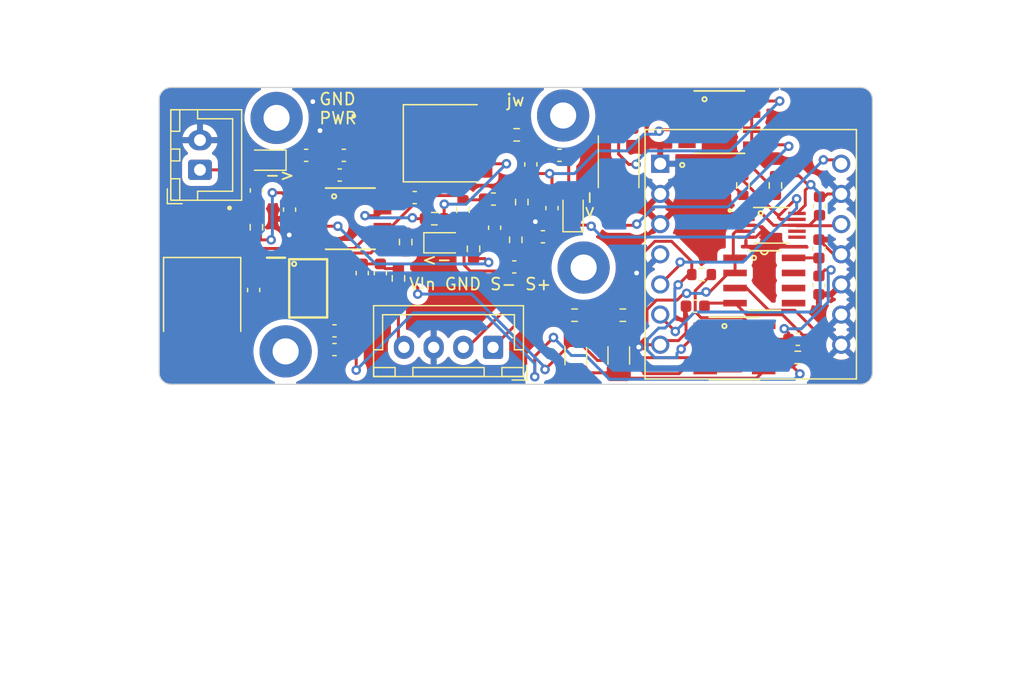
<source format=kicad_pcb>
(kicad_pcb (version 20221018) (generator pcbnew)
  (layers (0 "F.Cu" signal) (31 "B.Cu" signal) (34 "B.Paste" user) (35 "F.Paste" user) (36 "B.SilkS" user "B.Silkscreen") (37 "F.SilkS" user "F.Silkscreen") (38 "B.Mask" user) (39 "F.Mask" user) (44 "Edge.Cuts" user))
  (net 0 "")
  (net 1 "5V2")
  (net 2 "3V3")
  (net 3 "5V")
  (net 4 "Net-(C9-Pad1)")
  (net 5 "Net-(C11-Pad1)")
  (net 6 "Net-(U4-FB)")
  (net 7 "Net-(U12-VCC)")
  (net 8 "Net-(U8-CAP+)")
  (net 9 "Net-(U8-CAP-)")
  (net 10 "Net-(U12-GND)")
  (net 11 "Net-(U1-PG)")
  (net 12 "Net-(C2-Pad2)")
  (net 13 "Net-(U2-PA8_A4_D4_SDA)")
  (net 14 "Net-(U4-COMP)")
  (net 15 "Net-(U9--)")
  (net 16 "Net-(U9-+)")
  (net 17 "Net-(U9-Ref)")
  (net 18 "ampSig")
  (net 19 "Net-(R17-Pad2)")
  (net 20 "Net-(R18-Pad1)")
  (net 21 "Net-(U12-1IN+)")
  (net 25 "Net-(U4-BST)")
  (net 27 "Net-(C5-Pad2)")
  (net 28 "Net-(C13-Pad2)")
  (net 29 "GND")
  (net 30 "Net-(D5-K)")
  (net 31 "Net-(Q1-S)")
  (net 32 "Net-(D4-K)")
  (net 33 "Net-(D5-A)")
  (net 34 "Net-(D6-K)")
  (net 35 "Net-(D6-A)")
  (net 36 "Net-(J1-Pin_1)")
  (net 37 "Net-(J1-Pin_2)")
  (net 38 "Net-(J1-Pin_4)")
  (net 39 "Net-(Q2-G)")
  (net 45 "Net-(U2-PA9_A5_D5_SCL)")
  (footprint "Capacitor_SMD:C_0603_1608Metric" (layer "F.Cu") (at 181.1528 41.8592 90)
    (fp_text reference "C3" hide)
    (fp_text value "0.1u" hide)
  )
  (footprint "Capacitor_SMD:C_0603_1608Metric" (layer "F.Cu") (at 156.845 38.354 90)
    (fp_text reference "C1" hide)
    (fp_text value "0.1u" hide)
  )
  (footprint "Capacitor_SMD:C_0603_1608Metric" (layer "F.Cu") (at 140.75 39.25)
    (fp_text reference "C4" hide)
    (fp_text value "470u" hide)
  )
  (footprint "lin_reg_lib:ADS115IDGST_SOP50P490X110-10N" (layer "F.Cu") (at 177.1048 43.4848)
    (fp_text reference "U3" hide)
    (fp_text value "ADS1115IDGST" hide)
  )
  (footprint "Connector_JST:JST_XH_B2B-XH-A_1x02_P2.50mm_Vertical" (layer "F.Cu") (at 128.9812 38.8135 90)
    (fp_text reference "J2" hide)
    (fp_text value "B2B-XH-A_LF__SN_" hide)
  )
  (footprint "Capacitor_SMD:C_0603_1608Metric" (layer "F.Cu") (at 137.922 37.592)
    (fp_text reference "C5" hide)
    (fp_text value "15u" hide)
  )
  (footprint "Connector_JST:JST_XH_B4B-XH-A_1x04_P2.50mm_Vertical" (layer "F.Cu") (at 153.6608 53.7634 180)
    (fp_text reference "J1" hide)
    (fp_text value "Conn_01x04_Socket" hide)
  )
  (footprint "Diode_SMD:D_SOD-323" (layer "F.Cu") (at 149.445 44.958)
    (fp_text reference "D6" hide)
    (fp_text value "D_Schottky" hide)
  )
  (footprint "Capacitor_SMD:C_0603_1608Metric" (layer "F.Cu") (at 157.861 44.45 180)
    (fp_text reference "C14" hide)
    (fp_text value "22u" hide)
  )
  (footprint "Resistor_SMD:R_0603_1608Metric" (layer "F.Cu") (at 133.731 43.6494 90)
    (fp_text reference "R5" hide)
    (fp_text value "4.75K" hide)
  )
  (footprint "lin_reg_lib:LM358DR" (layer "F.Cu") (at 176.5046 48.133)
    (fp_text reference "U12" hide)
    (fp_text value "LM358DR" hide)
  )
  (footprint "lin_reg_lib:TRANS_BTS3060TFATMA1" (layer "F.Cu") (at 148.336 36.576)
    (fp_text reference "Q1" hide)
    (fp_text value "NMOS" hide)
  )
  (footprint "Capacitor_SMD:C_0603_1608Metric" (layer "F.Cu") (at 147.066 41.148)
    (fp_text reference "C10" hide)
    (fp_text value "0.1u" hide)
  )
  (footprint "Resistor_SMD:R_0603_1608Metric" (layer "F.Cu") (at 174.7012 40.132 90)
    (fp_text reference "R3" hide)
    (fp_text value "4.7k" hide)
  )
  (footprint "Resistor_SMD:R_0603_1608Metric" (layer "F.Cu") (at 156.083 41.529 -90)
    (fp_text reference "R10" hide)
    (fp_text value "1.2k" hide)
  )
  (footprint "Inductor_SMD:L_0603_1608Metric" (layer "F.Cu") (at 153.6955 41.275)
    (fp_text reference "L1" hide)
    (fp_text value "L" hide)
  )
  (footprint "lin_reg_lib:SOIC127P600X175-8N" (layer "F.Cu") (at 138.093 48.7934)
    (fp_text reference "U8" hide)
    (fp_text value "LMC7660" hide)
  )
  (footprint "Resistor_SMD:R_1206_3216Metric" (layer "F.Cu") (at 164.25 54.4449 90)
    (fp_text reference "R16" hide)
    (fp_text value "R" hide)
  )
  (footprint "Capacitor_SMD:C_0603_1608Metric" (layer "F.Cu") (at 140.3096 52.3748 180)
    (fp_text reference "C18" hide)
    (fp_text value "100nF" hide)
  )
  (footprint "Capacitor_SMD:C_0603_1608Metric" (layer "F.Cu") (at 155.448 46.99)
    (fp_text reference "C12" hide)
    (fp_text value "470u" hide)
  )
  (footprint "Resistor_SMD:R_0603_1608Metric" (layer "F.Cu") (at 164.592 51.054)
    (fp_text reference "R13" hide)
    (fp_text value "1K" hide)
  )
  (footprint "Capacitor_SMD:C_0603_1608Metric" (layer "F.Cu") (at 142.6464 47.511 -90)
    (fp_text reference "C15" hide)
    (fp_text value "10uF" hide)
  )
  (footprint "Resistor_SMD:R_0603_1608Metric" (layer "F.Cu") (at 145.6944 47.9552 90)
    (fp_text reference "R12" hide)
    (fp_text value "10" hide)
  )
  (footprint "Resistor_SMD:R_0603_1608Metric" (layer "F.Cu") (at 151.13 42.164 90)
    (fp_text reference "R8" hide)
    (fp_text value "1k" hide)
  )
  (footprint "Resistor_SMD:R_0603_1608Metric" (layer "F.Cu") (at 179.324 54.61)
    (fp_text reference "R18" hide)
    (fp_text value "1K" hide)
  )
  (footprint "lin_reg_lib:TRANS_BTS3060TFATMA1" (layer "F.Cu") (at 129.165 48.426 -90)
    (fp_text reference "Q2" hide)
    (fp_text value "NMOS" hide)
  )
  (footprint "MountingHole:MountingHole_2.2mm_M2_Pad" (layer "F.Cu") (at 159.5628 34.2392)
    (fp_text reference "H3" hide)
    (fp_text value "MountingHole")
  )
  (footprint "Resistor_SMD:R_0603_1608Metric" (layer "F.Cu") (at 146.304 44.894 90)
    (fp_text reference "R6" hide)
    (fp_text value "22.1K" hide)
  )
  (footprint "Capacitor_SMD:C_0603_1608Metric" (layer "F.Cu") (at 170.688 50.292 180)
    (fp_text reference "C23" hide)
    (fp_text value "10uF" hide)
  )
  (footprint "Resistor_SMD:R_0603_1608Metric" (layer "F.Cu") (at 152.019 45.466 -90)
    (fp_text reference "R9" hide)
    (fp_text value "4.7k" hide)
  )
  (footprint "Resistor_SMD:R_1206_3216Metric" (layer "F.Cu") (at 160.6296 54.4957 -90)
    (fp_text reference "R15" hide)
    (fp_text value "R" hide)
  )
  (footprint "Capacitor_SMD:C_0603_1608Metric" (layer "F.Cu") (at 140.3096 53.9496 180)
    (fp_text reference "C19" hide)
    (fp_text value "10uF" hide)
  )
  (footprint "Capacitor_SMD:C_0603_1608Metric" (layer "F.Cu") (at 159.258 37.592 180)
    (fp_text reference "C2" hide)
    (fp_text value "10u" hide)
  )
  (footprint "Capacitor_SMD:C_0603_1608Metric" (layer "F.Cu") (at 133.731 40.5514 90)
    (fp_text reference "C9" hide)
    (fp_text value "7.5n" hide)
  )
  (footprint "Capacitor_SMD:C_0603_1608Metric" (layer "F.Cu") (at 141.097 37.592)
    (fp_text reference "C6" hide)
    (fp_text value "15u" hide)
  )
  (footprint "lin_reg_lib:R_8_ADI_AD620ARZ" (layer "F.Cu") (at 173.99 53.848)
    (fp_text reference "U9" hide)
    (fp_text value "AD620" hide)
  )
  (footprint "Diode_SMD:D_SOD-323" (layer "F.Cu") (at 134.62 37.9984 180)
    (fp_text reference "D5" hide)
    (fp_text value "D_Schottky" hide)
  )
  (footprint "Resistor_SMD:R_0603_1608Metric" (layer "F.Cu") (at 148.717 42.926)
    (fp_text reference "R7" hide)
    (fp_text value "5" hide)
  )
  (footprint "lin_reg_lib:MODULE_102010388" (layer "F.Cu") (at 175.3616 45.9232)
    (fp_text reference "U2" hide)
    (fp_text value "MOUDLE-SEEEDUINO-XIAO-ESP32C3" hide)
  )
  (footprint "lin_reg_lib:SOIC8_ONS_NCP3020ADR" (layer "F.Cu") (at 141.6431 42.926)
    (fp_text reference "U4" hide)
    (fp_text value "NCP3020ADR2G" hide)
  )
  (footprint "lin_reg_lib:D8_TEX" (layer "F.Cu") (at 172.72 34.798)
    (fp_text reference "U1" hide)
    (fp_text value "TPS7150QD" hide)
  )
  (footprint "Capacitor_SMD:C_0603_1608Metric" (layer "F.Cu") (at 158.623 42.037 -90)
    (fp_text reference "C13" hide)
    (fp_text value "22u" hide)
  )
  (footprint "Resistor_SMD:R_0603_1608Metric" (layer "F.Cu") (at 155.575 44.704 90)
    (fp_text reference "R11" hide)
    (fp_text value "2.7k" hide)
  )
  (footprint "Resistor_SMD:R_0603_1608Metric" (layer "F.Cu") (at 177.4444 40.132 90)
    (fp_text reference "R4" hide)
    (fp_text value "4.7k" hide)
  )
  (footprint "Capacitor_SMD:C_0603_1608Metric" (layer "F.Cu") (at 133.5024 48.9334 -90)
    (fp_text reference "C17" hide)
    (fp_text value "10uF" hide)
  )
  (footprint "Capacitor_SMD:C_0603_1608Metric" (layer "F.Cu") (at 153.797 43.688 -90)
    (fp_text reference "C11" hide)
    (fp_text value "2.2n" hide)
  )
  (footprint "Resistor_SMD:R_0603_1608Metric" (layer "F.Cu") (at 171.22 47.63)
    (fp_text reference "R17" hide)
    (fp_text value "200" hide)
  )
  (footprint "Capacitor_SMD:C_0603_1608Metric" (layer "F.Cu") (at 179.324 53.086)
    (fp_text reference "C22" hide)
    (fp_text value "100nF" hide)
  )
  (footprint "Resistor_SMD:R_2512_6332Metric" (layer "F.Cu") (at 164.2364 38.1347 -90)
    (fp_text reference "R1" hide)
    (fp_text value "250k" hide)
  )
  (footprint "Capacitor_SMD:C_0603_1608Metric" (layer "F.Cu") (at 144.1704 47.511 -90)
    (fp_text reference "C16" hide)
    (fp_text value "10uF" hide)
  )
  (footprint "Capacitor_SMD:C_0603_1608Metric" (layer "F.Cu") (at 181.102 45.466 90)
    (fp_text reference "C20" hide)
    (fp_text value "10uF" hide)
  )
  (footprint "Capacitor_SMD:C_0603_1608Metric" (layer "F.Cu") (at 136.525 42.164 -90)
    (fp_text reference "C8" hide)
    (fp_text value "33p" hide)
  )
  (footprint "Diode_SMD:D_SOD-323" (layer "F.Cu") (at 160.401 42.418 90)
    (fp_text reference "D4" hide)
    (fp_text value "D_Schottky" hide)
  )
  (footprint "MountingHole:MountingHole_2.2mm_M2_Pad" (layer "F.Cu") (at 136.1948 54.102)
    (fp_text reference "H2" hide)
    (fp_text value "MountingHole" hide)
  )
  (footprint "Capacitor_SMD:C_0603_1608Metric" (layer "F.Cu") (at 181.102 48.527 -90)
    (fp_text reference "C21" hide)
    (fp_text value "100nF" hide)
  )
  (footprint "MountingHole:MountingHole_2.2mm_M2_Pad" (layer "F.Cu") (at 161.29 47.0408)
    (fp_text reference "H4" hide)
    (fp_text value "MountingHole" hide)
  )
  (footprint "Resistor_SMD:R_0603_1608Metric" (layer "F.Cu") (at 160.528 51.054)
    (fp_text reference "R14" hide)
    (fp_text value "1K" hide)
  )
  (footprint "MountingHole:MountingHole_2.2mm_M2_Pad" (layer "F.Cu") (at 135.4328 34.4424)
    (fp_text reference "H1" hide)
    (fp_text value "MountingHole" hide)
  )
  (footprint "Resistor_SMD:R_0603_1608Metric" (layer "F.Cu") (at 155.6512 35.8648 180)
    (fp_text reference "R2" hide)
    (fp_text value "1" hide)
  )
  (gr_circle (center 136.906 46.736) (end 137.0584 46.8376) (stroke (width 0.15)) (fill none) (layer "F.SilkS"))
  (gr_circle (center 169.590438 38.4048) (end 169.742838 38.5064) (stroke (width 0.15)) (fill none) (layer "F.SilkS"))
  (gr_circle (center 175.635638 46.228) (end 175.788038 46.3296) (stroke (width 0.15)) (fill none) (layer "F.SilkS"))
  (gr_circle (center 176.194438 42.4688) (end 176.346838 42.5704) (stroke (width 0.15)) (fill none) (layer "F.SilkS"))
  (gr_circle (center 173.146438 51.9684) (end 173.298838 52.07) (stroke (width 0.15)) (fill none) (layer "F.SilkS"))
  (gr_circle (center 171.470038 32.8676) (end 171.622438 32.9692) (stroke (width 0.15)) (fill none) (layer "F.SilkS"))
  (gr_circle (center 140.278838 41.0464) (end 140.431238 41.148) (stroke (width 0.15)) (fill none) (layer "F.SilkS"))
  (gr_arc (start 185.6105 55.877) (mid 185.317607 56.584107) (end 184.6105 56.877) (stroke (width 0.1)) (layer "Edge.Cuts"))
  (gr_line (start 125.5395 32.877) (end 125.5395 55.877) (stroke (width 0.1)) (layer "Edge.Cuts"))
  (gr_line (start 185.6105 32.877) (end 185.6105 55.877) (stroke (width 0.1)) (layer "Edge.Cuts"))
  (gr_arc (start 184.6105 31.877) (mid 185.317607 32.169893) (end 185.6105 32.877) (stroke (width 0.1)) (layer "Edge.Cuts"))
  (gr_arc (start 125.5395 32.877) (mid 125.832393 32.169893) (end 126.5395 31.877) (stroke (width 0.1)) (layer "Edge.Cuts"))
  (gr_line (start 126.5395 31.877) (end 184.6105 31.877) (stroke (width 0.1)) (layer "Edge.Cuts"))
  (gr_line (start 184.6105 56.877) (end 126.5395 56.877) (stroke (width 0.1)) (layer "Edge.Cuts"))
  (gr_arc (start 126.5395 56.877) (mid 125.832393 56.584107) (end 125.5395 55.877) (stroke (width 0.1)) (layer "Edge.Cuts"))
  (gr_text "VIn GND S- S+" (at 146.5072 49.022) (layer "F.SilkS") (effects (font (size 1 1)) (justify left bottom)))
  (gr_text "->" (at 150.2664 45.9232 180) (layer "F.SilkS") (effects (font (size 1 1)) (justify left bottom)))
  (gr_text "jw" (at 154.686 33.528) (layer "F.SilkS") (effects (font (size 1 1)) (justify left bottom)))
  (gr_text "->" (at 134.366 39.8272) (layer "F.SilkS") (effects (font (size 1 1)) (justify left bottom)))
  (gr_text "GND\nPWR" (at 138.938 35.052) (layer "F.SilkS") (effects (font (size 1 1)) (justify left bottom)))
  (gr_text "->" (at 161.29 40.4368 -90) (layer "F.SilkS") (effects (font (size 1 1)) (justify left bottom)))
  (segment (start 151.219 46.825) (end 151.728 47.334) (width 0.25) (layer "F.Cu") (net 1))
  (segment (start 167.767 35.433) (end 169.99585 35.433) (width 0.25) (layer "F.Cu") (net 1))
  (segment (start 155.512 41.275) (end 156.083 40.704) (width 0.25) (layer "F.Cu") (net 1))
  (segment (start 151.728 47.334) (end 154.329 47.334) (width 0.25) (layer "F.Cu") (net 1))
  (segment (start 154.329 47.334) (end 154.673 46.99) (width 0.25) (layer "F.Cu") (net 1))
  (segment (start 158.623 41.262) (end 158.623 39.32615) (width 0.25) (layer "F.Cu") (net 1))
  (segment (start 156.083 39.891) (end 156.845 39.129) (width 0.25) (layer "F.Cu") (net 1))
  (segment (start 152.019 44.641) (end 151.219 45.441) (width 0.25) (layer "F.Cu") (net 1))
  (segment (start 158.623 39.32615) (end 158.42585 39.129) (width 0.25) (layer "F.Cu") (net 1))
  (segment (start 154.175948 41.275) (end 154.483 41.275) (width 0.25) (layer "F.Cu") (net 1))
  (segment (start 156.845 39.129) (end 158.42585 39.129) (width 0.25) (layer "F.Cu") (net 1))
  (segment (start 167.64 35.56) (end 167.767 35.433) (width 0.25) (layer "F.Cu") (net 1))
  (segment (start 169.99585 35.433) (end 169.99585 36.703) (width 0.25) (layer "F.Cu") (net 1))
  (segment (start 152.019 43.431948) (end 154.175948 41.275) (width 0.25) (layer "F.Cu") (net 1))
  (segment (start 154.483 41.275) (end 155.512 41.275) (width 0.25) (layer "F.Cu") (net 1))
  (segment (start 152.019 44.641) (end 152.019 43.431948) (width 0.25) (layer "F.Cu") (net 1))
  (segment (start 156.083 40.704) (end 156.083 39.891) (width 0.25) (layer "F.Cu") (net 1))
  (segment (start 151.219 45.441) (end 151.219 46.825) (width 0.25) (layer "F.Cu") (net 1))
  (via (at 167.64 35.56) (size 0.8) (drill 0.4) (layers "F.Cu" "B.Cu") (net 1))
  (via (at 158.42585 39.129) (size 0.8) (drill 0.4) (layers "F.Cu" "B.Cu") (net 1))
  (segment (start 160.515 39.129) (end 162.4308 37.2132) (width 0.25) (layer "B.Cu") (net 1))
  (segment (start 158.42585 39.129) (end 160.515 39.129) (width 0.25) (layer "B.Cu") (net 1))
  (segment (start 167.386 35.814) (end 167.64 35.56) (width 0.25) (layer "B.Cu") (net 1))
  (segment (start 162.4308 37.2132) (end 164.9708 37.2132) (width 0.25) (layer "B.Cu") (net 1))
  (segment (start 166.37 35.814) (end 167.386 35.814) (width 0.25) (layer "B.Cu") (net 1))
  (segment (start 164.9708 37.2132) (end 166.37 35.814) (width 0.25) (layer "B.Cu") (net 1))
  (segment (start 177.4444 40.557) (end 175.4694 38.582) (width 0.25) (layer "F.Cu") (net 2))
  (segment (start 179.2548 43.4848) (end 177.283168 43.4848) (width 0.25) (layer "F.Cu") (net 2))
  (segment (start 182.845 43.5198) (end 182.9816 43.3832) (width 0.25) (layer "F.Cu") (net 2))
  (segment (start 173.9012 40.157) (end 174.7012 40.957) (width 0.25) (layer "F.Cu") (net 2))
  (segment (start 179.2548 43.5172) (end 179.2574 43.5198) (width 0.25) (layer "F.Cu") (net 2))
  (segment (start 175.4694 38.582) (end 174.1684 38.582) (width 0.25) (layer "F.Cu") (net 2))
  (segment (start 181.1528 42.6342) (end 180.3022 43.4848) (width 0.25) (layer "F.Cu") (net 2))
  (segment (start 177.4444 40.957) (end 177.4444 40.557) (width 0.25) (layer "F.Cu") (net 2))
  (segment (start 177.283168 43.4848) (end 174.755368 40.957) (width 0.25) (layer "F.Cu") (net 2))
  (segment (start 174.1684 38.582) (end 173.9012 38.8492) (width 0.25) (layer "F.Cu") (net 2))
  (segment (start 179.2548 43.4848) (end 179.2548 43.5172) (width 0.25) (layer "F.Cu") (net 2))
  (segment (start 180.3022 43.4848) (end 179.2548 43.4848) (width 0.25) (layer "F.Cu") (net 2))
  (segment (start 174.755368 40.957) (end 174.7012 40.957) (width 0.25) (layer "F.Cu") (net 2))
  (segment (start 179.2574 43.5198) (end 182.845 43.5198) (width 0.25) (layer "F.Cu") (net 2))
  (segment (start 173.9012 38.8492) (end 173.9012 40.157) (width 0.25) (layer "F.Cu") (net 2))
  (segment (start 160.6296 41.368) (end 160.401 41.368) (width 0.25) (layer "F.Cu") (net 3))
  (segment (start 175.44415 35.433) (end 175.44415 34.163) (width 0.25) (layer "F.Cu") (net 3))
  (segment (start 178.435 36.703) (end 175.44415 36.703) (width 0.25) (layer "F.Cu") (net 3))
  (segment (start 160.033 40.7714) (end 160.6296 41.368) (width 0.25) (layer "F.Cu") (net 3))
  (segment (start 160.033 37.592) (end 160.033 40.7714) (width 0.25) (layer "F.Cu") (net 3))
  (segment (start 175.44415 36.703) (end 175.44415 35.433) (width 0.25) (layer "F.Cu") (net 3))
  (segment (start 164.2364 41.0972) (end 163.4744 41.8592) (width 0.25) (layer "F.Cu") (net 3))
  (segment (start 161.3576 41.368) (end 160.6296 41.368) (width 0.25) (layer "F.Cu") (net 3))
  (segment (start 165.6588 43.4848) (end 163.4744 43.4848) (width 0.25) (layer "F.Cu") (net 3))
  (segment (start 178.562 36.83) (end 178.435 36.703) (width 0.25) (layer "F.Cu") (net 3))
  (segment (start 163.4744 43.4848) (end 161.3576 41.368) (width 0.25) (layer "F.Cu") (net 3))
  (segment (start 163.4744 41.8592) (end 163.4744 43.4848) (width 0.25) (layer "F.Cu") (net 3))
  (segment (start 165.7604 43.3832) (end 165.6588 43.4848) (width 0.25) (layer "F.Cu") (net 3))
  (via (at 165.7604 43.3832) (size 0.8) (drill 0.4) (layers "F.Cu" "B.Cu") (net 3))
  (via (at 178.562 36.83) (size 0.8) (drill 0.4) (layers "F.Cu" "B.Cu") (net 3))
  (segment (start 167.2104 41.9332) (end 173.4588 41.9332) (width 0.25) (layer "B.Cu") (net 3))
  (segment (start 165.7604 43.3832) (end 167.2104 41.9332) (width 0.25) (layer "B.Cu") (net 3))
  (segment (start 173.4588 41.9332) (end 178.562 36.83) (width 0.25) (layer "B.Cu") (net 3))
  (segment (start 133.731 41.3264) (end 133.731 42.8244) (width 0.25) (layer "F.Cu") (net 4))
  (segment (start 153.797 42.913) (end 155.524 42.913) (width 0.25) (layer "F.Cu") (net 5))
  (segment (start 155.524 42.913) (end 156.083 42.354) (width 0.25) (layer "F.Cu") (net 5))
  (segment (start 152.019 46.291) (end 152.019 46.241) (width 0.25) (layer "F.Cu") (net 6))
  (segment (start 154.509 44.463) (end 155.575 45.529) (width 0.25) (layer "F.Cu") (net 6))
  (segment (start 153.797 44.463) (end 154.509 44.463) (width 0.25) (layer "F.Cu") (net 6))
  (segment (start 140.589 43.561) (end 138.938 43.561) (width 0.25) (layer "F.Cu") (net 6))
  (segment (start 152.971 46.291) (end 153.289 46.609) (width 0.25) (layer "F.Cu") (net 6))
  (segment (start 152.019 46.241) (end 153.797 44.463) (width 0.25) (layer "F.Cu") (net 6))
  (segment (start 152.019 46.291) (end 152.971 46.291) (width 0.25) (layer "F.Cu") (net 6))
  (via (at 140.589 43.561) (size 0.8) (drill 0.4) (layers "F.Cu" "B.Cu") (net 6))
  (via (at 153.289 46.609) (size 0.8) (drill 0.4) (layers "F.Cu" "B.Cu") (net 6))
  (segment (start 153.162 46.736) (end 143.764 46.736) (width 0.25) (layer "B.Cu") (net 6))
  (segment (start 143.764 46.736) (end 140.589 43.561) (width 0.25) (layer "B.Cu") (net 6))
  (segment (start 153.289 46.609) (end 153.162 46.736) (width 0.25) (layer "B.Cu") (net 6))
  (segment (start 145.6944 47.1302) (end 144.5646 47.1302) (width 0.25) (layer "F.Cu") (net 7))
  (segment (start 178.549 53.086) (end 178.549 52.561306) (width 0.25) (layer "F.Cu") (net 7))
  (segment (start 170.2106 55.0874) (end 169.3176 55.9804) (width 0.25) (layer "F.Cu") (net 7))
  (segment (start 144.5646 47.1302) (end 144.1704 46.736) (width 0.25) (layer "F.Cu") (net 7))
  (segment (start 145.6944 47.1302) (end 147.32 48.7558) (width 0.25) (layer "F.Cu") (net 7))
  (segment (start 181.102 46.241) (end 181.102 47.752) (width 0.25) (layer "F.Cu") (net 7))
  (segment (start 173.9294 55.0874) (end 175.8038 53.213) (width 0.25) (layer "F.Cu") (net 7))
  (segment (start 158.0388 55.626) (end 158.0388 55.3319) (width 0.25) (layer "F.Cu") (net 7))
  (segment (start 165.339666 54.864) (end 162.4584 54.864) (width 0.25) (layer "F.Cu") (net 7))
  (segment (start 158.0388 55.626) (end 160.6296 53.0352) (width 0.25) (layer "F.Cu") (net 7))
  (segment (start 142.494 46.8884) (end 142.6464 46.736) (width 0.25) (layer "F.Cu") (net 7))
  (segment (start 175.8038 53.213) (end 176.4538 53.213) (width 0.25) (layer "F.Cu") (net 7))
  (segment (start 176.5808 53.086) (end 176.4538 53.213) (width 0.25) (layer "F.Cu") (net 7))
  (segment (start 181.089 46.228) (end 181.102 46.241) (width 0.25) (layer "F.Cu") (net 7))
  (segment (start 166.37 55.894334) (end 165.339666 54.864) (width 0.25) (layer "F.Cu") (net 7))
  (segment (start 178.9684 46.228) (end 181.089 46.228) (width 0.25) (layer "F.Cu") (net 7))
  (segment (start 178.2572 46.228) (end 178.9684 46.228) (width 0.25) (layer "F.Cu") (net 7))
  (segment (start 170.2106 55.0874) (end 173.9294 55.0874) (width 0.25) (layer "F.Cu") (net 7))
  (segment (start 166.37 55.9804) (end 166.37 55.894334) (width 0.25) (layer "F.Cu") (net 7))
  (segment (start 140.804 46.8884) (end 142.494 46.8884) (width 0.25) (layer "F.Cu") (net 7))
  (segment (start 178.549 53.086) (end 176.5808 53.086) (width 0.25) (layer "F.Cu") (net 7))
  (segment (start 169.3176 55.9804) (end 166.37 55.9804) (width 0.25) (layer "F.Cu") (net 7))
  (segment (start 182.118 47.244) (end 181.61 47.244) (width 0.25) (layer "F.Cu") (net 7))
  (segment (start 160.6296 53.0352) (end 162.4584 54.864) (width 0.25) (layer "F.Cu") (net 7))
  (segment (start 147.32 48.7558) (end 147.32 49.276) (width 0.25) (layer "F.Cu") (net 7))
  (segment (start 181.61 47.244) (end 181.102 47.752) (width 0.25) (layer "F.Cu") (net 7))
  (segment (start 142.6464 46.736) (end 144.1704 46.736) (width 0.25) (layer "F.Cu") (net 7))
  (segment (start 178.549 52.561306) (end 178.182847 52.195153) (width 0.25) (layer "F.Cu") (net 7))
  (via (at 158.0388 55.626) (size 0.8) (drill 0.4) (layers "F.Cu" "B.Cu") (net 7))
  (via (at 182.118 47.244) (size 0.8) (drill 0.4) (layers "F.Cu" "B.Cu") (net 7))
  (via (at 147.32 49.276) (size 0.8) (drill 0.4) (layers "F.Cu" "B.Cu") (net 7))
  (via (at 178.182847 52.195153) (size 0.8) (drill 0.4) (layers "F.Cu" "B.Cu") (net 7))
  (segment (start 151.851658 49.276) (end 158.0388 55.463142) (width 0.25) (layer "B.Cu") (net 7))
  (segment (start 181.8916 47.4704) (end 182.118 47.244) (width 0.25) (layer "B.Cu") (net 7))
  (segment (start 178.182847 52.195153) (end 179.630405 52.195153) (width 0.25) (layer "B.Cu") (net 7))
  (segment (start 181.8916 49.933958) (end 181.8916 47.4704) (width 0.25) (layer "B.Cu") (net 7))
  (segment (start 158.0388 55.463142) (end 158.0388 55.626) (width 0.25) (layer "B.Cu") (net 7))
  (segment (start 147.32 49.276) (end 151.851658 49.276) (width 0.25) (layer "B.Cu") (net 7))
  (segment (start 179.630405 52.195153) (end 181.8916 49.933958) (width 0.25) (layer "B.Cu") (net 7))
  (segment (start 135.382 48.1584) (end 133.5024 48.1584) (width 0.25) (layer "F.Cu") (net 8))
  (segment (start 135.382 50.6984) (end 134.4924 50.6984) (width 0.25) (layer "F.Cu") (net 9))
  (segment (start 134.4924 50.6984) (end 133.5024 49.7084) (width 0.25) (layer "F.Cu") (net 9))
  (segment (start 177.774 55.108004) (end 178.075996 55.41) (width 0.25) (layer "F.Cu") (net 10))
  (segment (start 179.5 56) (end 179.5 55.987996) (width 0.25) (layer "F.Cu") (net 10))
  (segment (start 142.1384 52.0328) (end 140.804 50.6984) (width 0.25) (layer "F.Cu") (net 10))
  (segment (start 178.075996 55.41) (end 178.922004 55.41) (width 0.25) (layer "F.Cu") (net 10))
  (segment (start 178.0324 51.0194) (end 175.0222 51.0194) (width 0.25) (layer "F.Cu") (net 10))
  (segment (start 175.0222 51.0194) (end 174.0408 50.038) (width 0.25) (layer "F.Cu") (net 10))
  (segment (start 179.5 55.987996) (end 178.922004 55.41) (width 0.25) (layer "F.Cu") (net 10))
  (segment (start 142.1384 55.6768) (end 142.1384 52.0328) (width 0.25) (layer "F.Cu") (net 10))
  (segment (start 179.324 55.008004) (end 179.324 53.861) (width 0.25) (layer "F.Cu") (net 10))
  (segment (start 157.1752 56.2356) (end 157.1752 54.5084) (width 0.25) (layer "F.Cu") (net 10))
  (segment (start 157.1752 54.5084) (end 158.75 52.9336) (width 0.25) (layer "F.Cu") (net 10))
  (segment (start 171.5262 55.753) (end 174.5338 55.753) (width 0.25) (layer "F.Cu") (net 10))
  (segment (start 141.0846 52.3748) (end 141.0846 50.979) (width 0.25) (layer "F.Cu") (net 10))
  (segment (start 179.324 53.861) (end 180.099 53.086) (width 0.25) (layer "F.Cu") (net 10))
  (segment (start 178.922004 55.41) (end 179.324 55.008004) (width 0.25) (layer "F.Cu") (net 10))
  (segment (start 180.099 53.086) (end 178.0324 51.0194) (width 0.25) (layer "F.Cu") (net 10))
  (segment (start 175.178796 55.108004) (end 177.774 55.108004) (width 0.25) (layer "F.Cu") (net 10))
  (segment (start 141.0846 50.979) (end 140.804 50.6984) (width 0.25) (layer "F.Cu") (net 10))
  (segment (start 141.0846 52.3748) (end 141.0846 53.9496) (width 0.25) (layer "F.Cu") (net 10))
  (segment (start 171.209 50.038) (end 174.0408 50.038) (width 0.25) (layer "F.Cu") (net 10))
  (segment (start 174.5338 55.753) (end 175.178796 55.108004) (width 0.25) (layer "F.Cu") (net 10))
  (via (at 142.1384 55.6768) (size 0.8) (drill 0.4) (layers "F.Cu" "B.Cu") (net 10))
  (via (at 158.75 52.9336) (size 0.8) (drill 0.4) (layers "F.Cu" "B.Cu") (net 10))
  (via (at 179.5 56) (size 0.8) (drill 0.4) (layers "F.Cu" "B.Cu") (net 10))
  (via (at 157.1752 56.2356) (size 0.8) (drill 0.4) (layers "F.Cu" "B.Cu") (net 10))
  (segment (start 179.048 56.452) (end 179.5 56) (width 0.25) (layer "B.Cu") (net 10))
  (segment (start 146.9644 50.8508) (end 142.1384 55.6768) (width 0.25) (layer "B.Cu") (net 10))
  (segment (start 157.1752 55.1327) (end 152.8933 50.8508) (width 0.25) (layer "B.Cu") (net 10))
  (segment (start 157.1752 56.2356) (end 157.1752 55.1327) (width 0.25) (layer "B.Cu") (net 10))
  (segment (start 163.4744 56.452) (end 161.4726 54.4502) (width 0.25) (layer "B.Cu") (net 10))
  (segment (start 171.5 56.452) (end 163.4744 56.452) (width 0.25) (layer "B.Cu") (net 10))
  (segment (start 160.2666 54.4502) (end 158.75 52.9336) (width 0.25) (layer "B.Cu") (net 10))
  (segment (start 152.8933 50.8508) (end 146.9644 50.8508) (width 0.25) (layer "B.Cu") (net 10))
  (segment (start 161.4726 54.4502) (end 160.2666 54.4502) (width 0.25) (layer "B.Cu") (net 10))
  (segment (start 171.5 56.452) (end 179.048 56.452) (width 0.25) (layer "B.Cu") (net 10))
  (segment (start 164.2364 35.1722) (end 164.2364 37.4904) (width 0.25) (layer "F.Cu") (net 11))
  (segment (start 164.2364 37.4904) (end 165.1 38.354) (width 0.25) (layer "F.Cu") (net 11))
  (segment (start 165.1 38.354) (end 165.7096 38.354) (width 0.25) (layer "F.Cu") (net 11))
  (segment (start 175.57115 33.02) (end 175.44415 32.893) (width 0.25) (layer "F.Cu") (net 11))
  (segment (start 177.8 33.02) (end 175.57115 33.02) (width 0.25) (layer "F.Cu") (net 11))
  (via (at 177.8 33.02) (size 0.8) (drill 0.4) (layers "F.Cu" "B.Cu") (net 11))
  (via (at 165.7096 38.354) (size 0.8) (drill 0.4) (layers "F.Cu" "B.Cu") (net 11))
  (segment (start 166.6516 37.2132) (end 173.6068 37.2132) (width 0.25) (layer "B.Cu") (net 11))
  (segment (start 173.6068 37.2132) (end 177.8 33.02) (width 0.25) (layer "B.Cu") (net 11))
  (segment (start 165.7096 38.1552) (end 166.6516 37.2132) (width 0.25) (layer "B.Cu") (net 11))
  (segment (start 165.7096 38.354) (end 165.7096 38.1552) (width 0.25) (layer "B.Cu") (net 11))
  (segment (start 158.483 37.592) (end 156.7558 35.8648) (width 0.25) (layer "F.Cu") (net 12))
  (segment (start 156.7558 35.8648) (end 156.4762 35.8648) (width 0.25) (layer "F.Cu") (net 12))
  (segment (start 179.226699 41.253899) (end 179.157333 41.253899) (width 0.25) (layer "F.Cu") (net 13))
  (segment (start 177.820416 42.590816) (end 177.6984 42.712832) (width 0.25) (layer "F.Cu") (net 13))
  (segment (start 177.6984 42.712832) (end 177.6984 42.8244) (width 0.25) (layer "F.Cu") (net 13))
  (segment (start 177.8588 42.9848) (end 179.2548 42.9848) (width 0.25) (layer "F.Cu") (net 13))
  (segment (start 174.7012 39.707) (end 177.585016 42.590816) (width 0.25) (layer "F.Cu") (net 13))
  (segment (start 169.418 46.7868) (end 169.418 46.5836) (width 0.25) (layer "F.Cu") (net 13))
  (segment (start 177.6984 42.8244) (end 177.8588 42.9848) (width 0.25) (layer "F.Cu") (net 13))
  (segment (start 167.7416 48.4632) (end 169.418 46.7868) (width 0.25) (layer "F.Cu") (net 13))
  (segment (start 174.7012 39.307) (end 174.7012 39.707) (width 0.25) (layer "F.Cu") (net 13))
  (segment (start 179.157333 41.253899) (end 177.820416 42.590816) (width 0.25) (layer "F.Cu") (net 13))
  (segment (start 177.585016 42.590816) (end 177.820416 42.590816) (width 0.25) (layer "F.Cu") (net 13))
  (via (at 179.226699 41.253899) (size 0.8) (drill 0.4) (layers "F.Cu" "B.Cu") (net 13))
  (via (at 169.418 46.5836) (size 0.8) (drill 0.4) (layers "F.Cu" "B.Cu") (net 13))
  (segment (start 179.226699 41.253899) (end 179.226699 42.058101) (width 0.25) (layer "B.Cu") (net 13))
  (segment (start 179.226699 42.058101) (end 174.7012 46.5836) (width 0.25) (layer "B.Cu") (net 13))
  (segment (start 174.7012 46.5836) (end 169.418 46.5836) (width 0.25) (layer "B.Cu") (net 13))
  (segment (start 135.8776 40.7416) (end 136.525 41.389) (width 0.25) (layer "F.Cu") (net 14))
  (segment (start 135.0772 40.7416) (end 135.8776 40.7416) (width 0.25) (layer "F.Cu") (net 14))
  (segment (start 134.9756 44.7109) (end 133.9675 44.7109) (width 0.25) (layer "F.Cu") (net 14))
  (segment (start 136.525 41.389) (end 137.427 42.291) (width 0.25) (layer "F.Cu") (net 14))
  (segment (start 137.427 42.291) (end 138.938 42.291) (width 0.25) (layer "F.Cu") (net 14))
  (segment (start 133.9675 44.7109) (end 133.731 44.4744) (width 0.25) (layer "F.Cu") (net 14))
  (via (at 134.9756 44.7109) (size 0.8) (drill 0.4) (layers "F.Cu" "B.Cu") (net 14))
  (via (at 135.0772 40.7416) (size 0.8) (drill 0.4) (layers "F.Cu" "B.Cu") (net 14))
  (segment (start 135.0772 44.6093) (end 134.9756 44.7109) (width 0.25) (layer "B.Cu") (net 14))
  (segment (start 135.0772 40.7416) (end 135.0772 44.6093) (width 0.25) (layer "B.Cu") (net 14))
  (segment (start 170.395 47.63) (end 170.12 47.63) (width 0.25) (layer "F.Cu") (net 15))
  (segment (start 167.290107 44.8332) (end 165.025 47.098307) (width 0.25) (layer "F.Cu") (net 15))
  (segment (start 170.395 47.63) (end 170.395 46.535295) (width 0.25) (layer "F.Cu") (net 15))
  (segment (start 171.5262 53.213) (end 171.5262 51.943) (width 0.25) (layer "F.Cu") (net 15))
  (segment (start 165.025 50.662) (end 165.417 51.054) (width 0.25) (layer "F.Cu") (net 15))
  (segment (start 168.692905 44.8332) (end 167.290107 44.8332) (width 0.25) (layer "F.Cu") (net 15))
  (segment (start 170.1952 53.213) (end 169.5 53.9082) (width 0.25) (layer "F.Cu") (net 15))
  (segment (start 165.025 47.098307) (end 165.025 50.662) (width 0.25) (layer "F.Cu") (net 15))
  (segment (start 170.12 47.63) (end 169.25 48.5) (width 0.25) (layer "F.Cu") (net 15))
  (segment (start 170.395 46.535295) (end 168.692905 44.8332) (width 0.25) (layer "F.Cu") (net 15))
  (segment (start 171.5262 53.213) (end 170.1952 53.213) (width 0.25) (layer "F.Cu") (net 15))
  (via (at 169.5 53.9082) (size 0.8) (drill 0.4) (layers "F.Cu" "B.Cu") (net 15))
  (via (at 169.25 48.5) (size 0.8) (drill 0.4) (layers "F.Cu" "B.Cu") (net 15))
  (segment (start 166.6516 53.091707) (end 166.6516 53.994693) (width 0.25) (layer "B.Cu") (net 15))
  (segment (start 168.973016 51.313277) (end 168.148 52.138293) (width 0.25) (layer "B.Cu") (net 15))
  (segment (start 169.25 48.5) (end 168.973016 48.776984) (width 0.25) (layer "B.Cu") (net 15))
  (segment (start 166.6516 53.994693) (end 167.290107 54.6332) (width 0.25) (layer "B.Cu") (net 15))
  (segment (start 169.5 53.9082) (end 169.148968 54.259232) (width 0.25) (layer "B.Cu") (net 15))
  (segment (start 167.605014 52.138293) (end 166.6516 53.091707) (width 0.25) (layer "B.Cu") (net 15))
  (segment (start 168.973016 48.776984) (end 168.973016 51.313277) (width 0.25) (layer "B.Cu") (net 15))
  (segment (start 167.290107 54.6332) (end 169.148968 54.6332) (width 0.25) (layer "B.Cu") (net 15))
  (segment (start 169.148968 54.259232) (end 169.148968 54.6332) (width 0.25) (layer "B.Cu") (net 15))
  (segment (start 168.148 52.138293) (end 167.605014 52.138293) (width 0.25) (layer "B.Cu") (net 15))
  (segment (start 171.376 54.6332) (end 165.642024 54.6332) (width 0.25) (layer "F.Cu") (net 16))
  (segment (start 161.353 51.529) (end 161.353 51.054) (width 0.25) (layer "F.Cu") (net 16))
  (segment (start 162.402 53.128666) (end 162.402 52.578) (width 0.25) (layer "F.Cu") (net 16))
  (segment (start 171.5262 54.483) (end 171.376 54.6332) (width 0.25) (layer "F.Cu") (net 16))
  (segment (start 165.495824 54.487) (end 163.760334 54.487) (width 0.25) (layer "F.Cu") (net 16))
  (segment (start 165.642024 54.6332) (end 165.495824 54.487) (width 0.25) (layer "F.Cu") (net 16))
  (segment (start 163.760334 54.487) (end 162.402 53.128666) (width 0.25) (layer "F.Cu") (net 16))
  (segment (start 162.402 52.578) (end 161.353 51.529) (width 0.25) (layer "F.Cu") (net 16))
  (segment (start 175.8494 56.3574) (end 164.8408 56.3574) (width 0.25) (layer "F.Cu") (net 17))
  (segment (start 164.3888 55.9054) (end 160.6804 55.9054) (width 0.25) (layer "F.Cu") (net 17))
  (segment (start 160.6804 55.9054) (end 160.6296 55.9562) (width 0.25) (layer "F.Cu") (net 17))
  (segment (start 164.8408 56.3574) (end 164.3888 55.9054) (width 0.25) (layer "F.Cu") (net 17))
  (segment (start 160.6296 55.9562) (end 161.656 55.9562) (width 0.25) (layer "F.Cu") (net 17))
  (segment (start 176.4538 55.753) (end 175.8494 56.3574) (width 0.25) (layer "F.Cu") (net 17))
  (segment (start 171.899847 49.100153) (end 173.502 47.498) (width 0.25) (layer "F.Cu") (net 18))
  (segment (start 173.8948 46.082) (end 173.8948 44.216432) (width 0.25) (layer "F.Cu") (net 18))
  (segment (start 167.419307 49.784) (end 169.161948 49.784) (width 0.25) (layer "F.Cu") (net 18))
  (segment (start 173.502 47.498) (end 174.0408 47.498) (width 0.25) (layer "F.Cu") (net 18))
  (segment (start 174.126432 43.9848) (end 174.9548 43.9848) (width 0.25) (layer "F.Cu") (net 18))
  (segment (start 166.624 50.579307) (end 167.419307 49.784) (width 0.25) (layer "F.Cu") (net 18))
  (segment (start 173.8948 44.216432) (end 174.126432 43.9848) (width 0.25) (layer "F.Cu") (net 18))
  (segment (start 174.752 47.498) (end 174.0408 47.498) (width 0.25) (layer "F.Cu") (net 18))
  (segment (start 169.728948 49.217) (end 169.963 49.217) (width 0.25) (layer "F.Cu") (net 18))
  (segment (start 169.161948 49.784) (end 169.728948 49.217) (width 0.25) (layer "F.Cu") (net 18))
  (segment (start 171.600153 49.100153) (end 171.899847 49.100153) (width 0.25) (layer "F.Cu") (net 18))
  (segment (start 164.3888 52.9844) (end 165.4048 52.9844) (width 0.25) (layer "F.Cu") (net 18))
  (segment (start 166.624 51.7652) (end 166.624 50.579307) (width 0.25) (layer "F.Cu") (net 18))
  (segment (start 165.4048 52.9844) (end 166.624 51.7652) (width 0.25) (layer "F.Cu") (net 18))
  (segment (start 174.0408 47.498) (end 174.0408 46.228) (width 0.25) (layer "F.Cu") (net 18))
  (segment (start 174.0408 46.228) (end 173.8948 46.082) (width 0.25) (layer "F.Cu") (net 18))
  (via (at 171.600153 49.100153) (size 0.8) (drill 0.4) (layers "F.Cu" "B.Cu") (net 18))
  (via (at 169.963 49.217) (size 0.8) (drill 0.4) (layers "F.Cu" "B.Cu") (net 18))
  (segment (start 171.483306 49.217) (end 171.600153 49.100153) (width 0.25) (layer "B.Cu") (net 18))
  (segment (start 169.963 49.217) (end 171.483306 49.217) (width 0.25) (layer "B.Cu") (net 18))
  (segment (start 172.045 47.63) (end 170.688 48.987) (width 0.25) (layer "F.Cu") (net 19))
  (segment (start 175.412641 51.943) (end 176.4538 51.943) (width 0.25) (layer "F.Cu") (net 19))
  (segment (start 174.734821 51.265179) (end 175.412641 51.943) (width 0.25) (layer "F.Cu") (net 19))
  (segment (start 170.688 50.776052) (end 171.177127 51.265179) (width 0.25) (layer "F.Cu") (net 19))
  (segment (start 171.177127 51.265179) (end 174.734821 51.265179) (width 0.25) (layer "F.Cu") (net 19))
  (segment (start 170.688 48.987) (end 170.688 50.776052) (width 0.25) (layer "F.Cu") (net 19))
  (segment (start 178.499 54.61) (end 176.5808 54.61) (width 0.25) (layer "F.Cu") (net 20))
  (segment (start 176.5808 54.61) (end 176.4538 54.483) (width 0.25) (layer "F.Cu") (net 20))
  (segment (start 175.006 48.768) (end 174.0408 48.768) (width 0.25) (layer "F.Cu") (net 21))
  (segment (start 176.8804 50.6424) (end 175.006 48.768) (width 0.25) (layer "F.Cu") (net 21))
  (segment (start 180.149 54.61) (end 180.874 53.885) (width 0.25) (layer "F.Cu") (net 21))
  (segment (start 180.874 52.4464) (end 179.07 50.6424) (width 0.25) (layer "F.Cu") (net 21))
  (segment (start 179.07 50.6424) (end 176.8804 50.6424) (width 0.25) (layer "F.Cu") (net 21))
  (segment (start 180.874 53.885) (end 180.874 52.4464) (width 0.25) (layer "F.Cu") (net 21))
  (segment (start 144.4752 41.148) (end 144.3482 41.021) (width 0.25) (layer "F.Cu") (net 25))
  (segment (start 146.291 41.148) (end 144.4752 41.148) (width 0.25) (layer "F.Cu") (net 25))
  (segment (start 138.697 37.592) (end 140.322 37.592) (width 0.25) (layer "F.Cu") (net 27))
  (segment (start 158.623 44.437) (end 158.636 44.45) (width 0.25) (layer "F.Cu") (net 28))
  (segment (start 158.623 42.812) (end 158.623 44.437) (width 0.25) (layer "F.Cu") (net 28))
  (segment (start 156.527 43.879) (end 157.226 43.18) (width 0.25) (layer "F.Cu") (net 29))
  (segment (start 181.8216 40.8432) (end 181.5806 41.0842) (width 0.25) (layer "F.Cu") (net 29))
  (segment (start 138.938 44.831) (end 138.417 44.831) (width 0.25) (layer "F.Cu") (net 29))
  (segment (start 169.269947 53.192558) (end 169.913 52.549505) (width 0.25) (layer "F.Cu") (net 29))
  (segment (start 167.7416 53.5432) (end 168.092242 53.192558) (width 0.25) (layer "F.Cu") (net 29))
  (segment (start 176.022 43.4848) (end 174.9548 43.4848) (width 0.25) (layer "F.Cu") (net 29))
  (segment (start 169.659 50.038) (end 169.7366 50.1156) (width 0.25) (layer "F.Cu") (net 29))
  (segment (start 176.3776 43.890368) (end 176.3776 43.8404) (width 0.25) (layer "F.Cu") (net 29))
  (segment (start 141.872 38.903) (end 141.525 39.25) (width 0.25) (layer "F.Cu") (net 29))
  (segment (start 147.3708 45.1358) (end 147.3708 47.0408) (width 0.25) (layer "F.Cu") (net 29))
  (segment (start 165.75 47.5) (end 166.1648 47.5) (width 0.25) (layer "F.Cu") (net 29))
  (segment (start 174.9548 44.4848) (end 175.783168 44.4848) (width 0.25) (layer "F.Cu") (net 29))
  (segment (start 169.913 52.549505) (end 169.913 50.292) (width 0.25) (layer "F.Cu") (net 29))
  (segment (start 168.092242 53.192558) (end 169.269947 53.192558) (width 0.25) (layer "F.Cu") (net 29))
  (segment (start 146.304 44.069) (end 147.3708 45.1358) (width 0.25) (layer "F.Cu") (net 29))
  (segment (start 182.3342 45.9232) (end 181.102 44.691) (width 0.25) (layer "F.Cu") (net 29))
  (segment (start 176.3776 43.8404) (end 176.022 43.4848) (width 0.25) (layer "F.Cu") (net 29))
  (segment (start 166.123215 53.5432) (end 165.9266 53.739815) (width 0.25) (layer "F.Cu") (net 29))
  (segment (start 141.872 37.592) (end 141.872 38.903) (width 0.25) (layer "F.Cu") (net 29))
  (segment (start 174.9548 43.4848) (end 173.5152 43.4848) (width 0.25) (layer "F.Cu") (net 29))
  (segment (start 182.9816 45.9232) (end 182.3342 45.9232) (width 0.25) (layer "F.Cu") (net 29))
  (segment (start 182.9816 40.8432) (end 181.8216 40.8432) (width 0.25) (layer "F.Cu") (net 29))
  (segment (start 168.1342 53.1506) (end 167.7416 53.5432) (width 0.25) (layer "F.Cu") (net 29))
  (segment (start 166.1648 47.5) (end 167.7416 45.9232) (width 0.25) (layer "F.Cu") (net 29))
  (segment (start 155.575 43.879) (end 156.527 43.879) (width 0.25) (layer "F.Cu") (net 29))
  (segment (start 174.9548 42.4848) (end 173.5152 42.4848) (width 0.25) (layer "F.Cu") (net 29))
  (segment (start 175.783168 44.4848) (end 176.3776 43.890368) (width 0.25) (layer "F.Cu") (net 29))
  (segment (start 167.7416 53.5432) (end 166.123215 53.5432) (width 0.25) (layer "F.Cu") (net 29))
  (segment (start 138.417 44.831) (end 136.525 42.939) (width 0.25) (layer "F.Cu") (net 29))
  (via (at 139.0904 35.5092) (size 0.8) (drill 0.4) (layers "F.Cu" "B.Cu") (net 29))
  (via (at 136.4996 44.2976) (size 0.8) (drill 0.4) (layers "F.Cu" "B.Cu") (net 29))
  (via (at 157.226 43.18) (size 0.8) (drill 0.4) (layers "F.Cu" "B.Cu") (net 29))
  (via (at 165.9266 53.739815) (size 0.8) (drill 0.4) (layers "F.Cu" "B.Cu") (net 29))
  (via (at 138.4808 33.0708) (size 0.8) (drill 0.4) (layers "F.Cu" "B.Cu") (net 29))
  (via (at 165.75 47.5) (size 0.8) (drill 0.4) (layers "F.Cu" "B.Cu") (net 29))
  (segment (start 165.9266 53.739815) (end 165.9266 47.6766) (width 0.25) (layer "B.Cu") (net 29))
  (segment (start 165.9266 47.6766) (end 165.75 47.5) (width 0.25) (layer "B.Cu") (net 29))
  (segment (start 135.67 37.9984) (end 136.7406 37.9984) (width 0.25) (layer "F.Cu") (net 30))
  (segment (start 141.61 36.792) (end 144.106 34.296) (width 0.25) (layer "F.Cu") (net 30))
  (segment (start 137.147 37.592) (end 137.147 39.23) (width 0.25) (layer "F.Cu") (net 30))
  (segment (start 137.147 39.23) (end 138.938 41.021) (width 0.25) (layer "F.Cu") (net 30))
  (segment (start 139.975 39.984) (end 138.938 41.021) (width 0.25) (layer "F.Cu") (net 30))
  (segment (start 139.975 39.25) (end 139.975 39.984) (width 0.25) (layer "F.Cu") (net 30))
  (segment (start 137.147 37.592) (end 137.947 36.792) (width 0.25) (layer "F.Cu") (net 30))
  (segment (start 137.947 36.792) (end 141.61 36.792) (width 0.25) (layer "F.Cu") (net 30))
  (segment (start 136.7406 37.9984) (end 137.147 37.592) (width 0.25) (layer "F.Cu") (net 30))
  (segment (start 145.137052 43.561) (end 147.550052 41.148) (width 0.25) (layer "F.Cu") (net 31))
  (segment (start 142.0039 45.4354) (end 132.6844 45.4354) (width 0.25) (layer "F.Cu") (net 31))
  (segment (start 143.8783 43.561) (end 142.0039 45.4354) (width 0.25) (layer "F.Cu") (net 31))
  (segment (start 147.550052 41.148) (end 147.841 41.148) (width 0.25) (layer "F.Cu") (net 31))
  (segment (start 150.7728 40.9818) (end 148.0072 40.9818) (width 0.25) (layer "F.Cu") (net 31))
  (segment (start 148.0072 40.9818) (end 147.841 41.148) (width 0.25) (layer "F.Cu") (net 31))
  (segment (start 152.844 41.339) (end 152.908 41.275) (width 0.25) (layer "F.Cu") (net 31))
  (segment (start 144.106 38.856) (end 145.549 38.856) (width 0.25) (layer "F.Cu") (net 31))
  (segment (start 148.032 41.339) (end 147.841 41.148) (width 0.25) (layer "F.Cu") (net 31))
  (segment (start 145.549 38.856) (end 147.841 41.148) (width 0.25) (layer "F.Cu") (net 31))
  (segment (start 132.6844 45.4354) (end 131.445 44.196) (width 0.25) (layer "F.Cu") (net 31))
  (segment (start 144.3482 43.561) (end 145.137052 43.561) (width 0.25) (layer "F.Cu") (net 31))
  (segment (start 151.13 41.339) (end 150.7728 40.9818) (width 0.25) (layer "F.Cu") (net 31))
  (segment (start 151.13 41.339) (end 152.844 41.339) (width 0.25) (layer "F.Cu") (net 31))
  (segment (start 144.3482 43.561) (end 143.8783 43.561) (width 0.25) (layer "F.Cu") (net 31))
  (segment (start 181.483 37.973) (end 182.6514 37.973) (width 0.25) (layer "F.Cu") (net 32))
  (segment (start 182.6514 37.973) (end 182.9816 38.3032) (width 0.25) (layer "F.Cu") (net 32))
  (segment (start 161.832 43.468) (end 161.925 43.561) (width 0.25) (layer "F.Cu") (net 32))
  (segment (start 160.401 43.468) (end 161.832 43.468) (width 0.25) (layer "F.Cu") (net 32))
  (via (at 161.925 43.561) (size 0.8) (drill 0.4) (layers "F.Cu" "B.Cu") (net 32))
  (via (at 181.483 37.973) (size 0.8) (drill 0.4) (layers "F.Cu" "B.Cu") (net 32))
  (segment (start 174.9828 44.4732) (end 181.483 37.973) (width 0.25) (layer "B.Cu") (net 32))
  (segment (start 161.925 43.561) (end 162.8372 44.4732) (width 0.25) (layer "B.Cu") (net 32))
  (segment (start 162.8372 44.4732) (end 174.9828 44.4732) (width 0.25) (layer "B.Cu") (net 32))
  (segment (start 133.57 37.9984) (end 133.1636 37.9984) (width 0.25) (layer "F.Cu") (net 33))
  (segment (start 128.9812 38.8135) (end 132.3485 38.8135) (width 0.25) (layer "F.Cu") (net 33))
  (segment (start 133.1636 37.9984) (end 132.3485 38.8135) (width 0.25) (layer "F.Cu") (net 33))
  (segment (start 146.939 42.926) (end 146.867825 42.854825) (width 0.25) (layer "F.Cu") (net 34))
  (segment (start 147.892 42.926) (end 147.892 44.455) (width 0.25) (layer "F.Cu") (net 34))
  (segment (start 147.892 42.926) (end 146.939 42.926) (width 0.25) (layer "F.Cu") (net 34))
  (segment (start 142.875 42.672) (end 143.9672 42.672) (width 0.25) (layer "F.Cu") (net 34))
  (segment (start 147.892 44.455) (end 148.395 44.958) (width 0.25) (layer "F.Cu") (net 34))
  (segment (start 143.9672 42.672) (end 144.3482 42.291) (width 0.25) (layer "F.Cu") (net 34))
  (via (at 142.875 42.672) (size 0.8) (drill 0.4) (layers "F.Cu" "B.Cu") (net 34))
  (via (at 146.867825 42.854825) (size 0.8) (drill 0.4) (layers "F.Cu" "B.Cu") (net 34))
  (segment (start 143.057825 42.854825) (end 142.875 42.672) (width 0.25) (layer "B.Cu") (net 34))
  (segment (start 146.867825 42.854825) (end 143.057825 42.854825) (width 0.25) (layer "B.Cu") (net 34))
  (segment (start 154.7876 38.3032) (end 152.1332 38.3032) (width 0.25) (layer "F.Cu") (net 35))
  (segment (start 150.495 44.958) (end 150.495 43.624) (width 0.25) (layer "F.Cu") (net 35))
  (segment (start 149.542 42.926) (end 149.542 41.72) (width 0.25) (layer "F.Cu") (net 35))
  (segment (start 152.1332 38.3032) (end 150.406 36.576) (width 0.25) (layer "F.Cu") (net 35))
  (segment (start 149.542 42.926) (end 151.067 42.926) (width 0.25) (layer "F.Cu") (net 35))
  (segment (start 150.495 43.624) (end 151.13 42.989) (width 0.25) (layer "F.Cu") (net 35))
  (segment (start 151.067 42.926) (end 151.13 42.989) (width 0.25) (layer "F.Cu") (net 35))
  (segment (start 149.542 41.72) (end 149.5552 41.7068) (width 0.25) (layer "F.Cu") (net 35))
  (via (at 154.7876 38.3032) (size 0.8) (drill 0.4) (layers "F.Cu" "B.Cu") (net 35))
  (via (at 149.5552 41.7068) (size 0.8) (drill 0.4) (layers "F.Cu" "B.Cu") (net 35))
  (segment (start 151.384 41.7068) (end 154.7876 38.3032) (width 0.25) (layer "B.Cu") (net 35))
  (segment (start 149.5552 41.7068) (end 151.384 41.7068) (width 0.25) (layer "B.Cu") (net 35))
  (segment (start 159.703 51.054) (end 156.3702 51.054) (width 0.25) (layer "F.Cu") (net 36))
  (segment (start 153.6608 53.7634) (end 154.1224 53.7634) (width 0.25) (layer "F.Cu") (net 36))
  (segment (start 156.3702 51.054) (end 153.6608 53.7634) (width 0.25) (layer "F.Cu") (net 36))
  (segment (start 162.967 50.254) (end 163.767 51.054) (width 0.25) (layer "F.Cu") (net 37))
  (segment (start 151.1608 53.7634) (end 151.5157 53.7634) (width 0.25) (layer "F.Cu") (net 37))
  (segment (start 151.5157 53.7634) (end 155.0251 50.254) (width 0.25) (layer "F.Cu") (net 37))
  (segment (start 155.0251 50.254) (end 162.967 50.254) (width 0.25) (layer "F.Cu") (net 37))
  (segment (start 145.6944 53.297) (end 146.1608 53.7634) (width 0.25) (layer "F.Cu") (net 38))
  (segment (start 145.6944 48.7802) (end 145.6944 53.297) (width 0.25) (layer "F.Cu") (net 38))
  (segment (start 129.4376 50.496) (end 129.165 50.496) (width 0.25) (layer "F.Cu") (net 39))
  (segment (start 132.6388 45.8216) (end 132.4864 45.974) (width 0.25) (layer "F.Cu") (net 39))
  (segment (start 144.3482 44.831) (end 143.3576 45.8216) (width 0.25) (layer "F.Cu") (net 39))
  (segment (start 144.3482 44.831) (end 145.416 44.831) (width 0.25) (layer "F.Cu") (net 39))
  (segment (start 132.4864 45.974) (end 132.4864 47.4472) (width 0.25) (layer "F.Cu") (net 39))
  (segment (start 143.3576 45.8216) (end 132.6388 45.8216) (width 0.25) (layer "F.Cu") (net 39))
  (segment (start 132.4864 47.4472) (end 129.4376 50.496) (width 0.25) (layer "F.Cu") (net 39))
  (segment (start 145.416 44.831) (end 146.304 45.719) (width 0.25) (layer "F.Cu") (net 39))
  (segment (start 179.951699 40.528899) (end 179.951699 41.787901) (width 0.25) (layer "F.Cu") (net 45))
  (segment (start 180.420499 40.060099) (end 179.951699 40.528899) (width 0.25) (layer "F.Cu") (net 45))
  (segment (start 179.951699 41.787901) (end 179.2548 42.4848) (width 0.25) (layer "F.Cu") (net 45))
  (segment (start 180.420499 40.060099) (end 180.175804 40.060099) (width 0.25) (layer "F.Cu") (net 45))
  (segment (start 179.422705 39.307) (end 177.4444 39.307) (width 0.25) (layer "F.Cu") (net 45))
  (segment (start 179.825305 42.4848) (end 179.2548 42.4848) (width 0.25) (layer "F.Cu") (net 45))
  (segment (start 167.7416 51.1556) (end 169.0116 52.4256) (width 0.25) (layer "F.Cu") (net 45))
  (segment (start 180.175804 40.060099) (end 179.422705 39.307) (width 0.25) (layer "F.Cu") (net 45))
  (segment (start 167.7416 51.0032) (end 167.7416 51.1556) (width 0.25) (layer "F.Cu") (net 45))
  (via (at 180.420499 40.060099) (size 0.8) (drill 0.4) (layers "F.Cu" "B.Cu") (net 45))
  (via (at 169.0116 52.4256) (size 0.8) (drill 0.4) (layers "F.Cu" "B.Cu") (net 45))
  (segment (start 181.2036 50.0888) (end 180.5062 50.7862) (width 0.25) (layer "B.Cu") (net 45))
  (segment (start 170.651 50.7862) (end 169.0116 52.4256) (width 0.25) (layer "B.Cu") (net 45))
  (segment (start 180.5062 50.7862) (end 170.651 50.7862) (width 0.25) (layer "B.Cu") (net 45))
  (segment (start 180.420499 40.060099) (end 181.2036 40.8432) (width 0.25) (layer "B.Cu") (net 45))
  (segment (start 181.2036 40.8432) (end 181.2036 50.0888) (width 0.25) (layer "B.Cu") (net 45))
  (zone (net 29) (net_name "GND") (layer "F.Cu") (connect_pads (clearance 0.508)) (min_thickness 0.25) (fill yes (thermal_gap 0.5) (thermal_bridge_width 0.5))
    (polygon (pts (xy 121.0564 28.0924) (xy 194.6402 27.9908) (xy 183.5912 81.7118) (xy 116.586 60.579)))
  )
  (zone (net 29) (net_name "GND") (layer "B.Cu") (priority 1) (connect_pads (clearance 0.508)) (min_thickness 0.25) (fill yes (thermal_gap 0.5) (thermal_bridge_width 0.5))
    (polygon (pts (xy 124.46 25.146) (xy 198.374 24.511) (xy 191.262 78.486) (xy 112.141 56.388)))
  )
)
</source>
